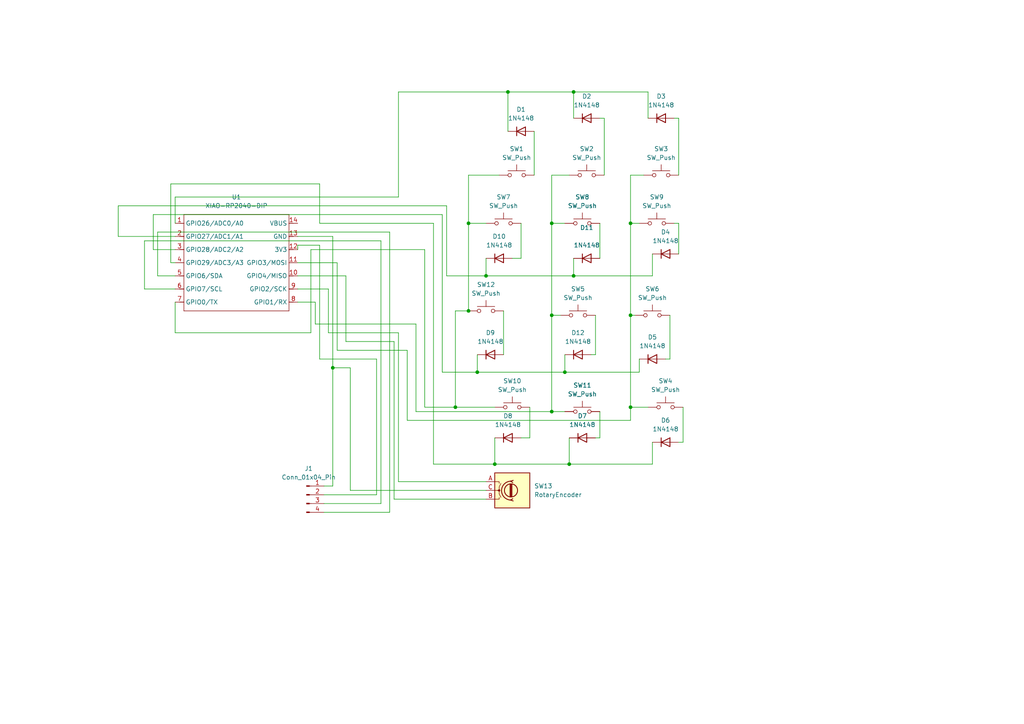
<source format=kicad_sch>
(kicad_sch (version 20250114) (generator "eeschema") (generator_version "9.0")
  (paper "A4")
  (lib_symbols
    (symbol "Connector:Conn_01x04_Pin" (pin_names (offset 1.016) (hide yes))
      (property "Reference" "J" (at 0 5.08 0))
      (property "Value" "Conn_01x04_Pin" (at 0 -7.62 0))
      (symbol "Conn_01x04_Pin_1_1"
        (rectangle (start 0.8636 2.667) (end 0 2.413) (stroke (width 0.1524)) (fill (type outline)))
        (rectangle (start 0.8636 0.127) (end 0 -0.127) (stroke (width 0.1524)) (fill (type outline)))
        (rectangle (start 0.8636 -2.413) (end 0 -2.667) (stroke (width 0.1524)) (fill (type outline)))
        (rectangle (start 0.8636 -4.953) (end 0 -5.207) (stroke (width 0.1524)) (fill (type outline)))
        (polyline (pts (xy 1.27 2.54) (xy 0.8636 2.54)) (stroke (width 0.1524)))
        (polyline (pts (xy 1.27 0) (xy 0.8636 0)) (stroke (width 0.1524)))
        (polyline (pts (xy 1.27 -2.54) (xy 0.8636 -2.54)) (stroke (width 0.1524)))
        (polyline (pts (xy 1.27 -5.08) (xy 0.8636 -5.08)) (stroke (width 0.1524)))
        (pin passive line (at 5.08 2.54 180) (length 3.81) (name "Pin_1") (number "1"))
        (pin passive line (at 5.08 0 180) (length 3.81) (name "Pin_2") (number "2"))
        (pin passive line (at 5.08 -2.54 180) (length 3.81) (name "Pin_3") (number "3"))
        (pin passive line (at 5.08 -5.08 180) (length 3.81) (name "Pin_4") (number "4"))
      )
    )
    (symbol "Device:RotaryEncoder" (pin_names (offset 0.254) (hide yes))
      (property "Reference" "SW" (at 0 6.604 0))
      (property "Value" "RotaryEncoder" (at 0 -6.604 0))
      (symbol "RotaryEncoder_0_1"
        (rectangle (start -5.08 5.08) (end 5.08 -5.08) (stroke (width 0.254)) (fill (type background)))
        (polyline (pts (xy -5.08 2.54) (xy -3.81 2.54) (xy -3.81 2.032)))
        (polyline (pts (xy -5.08 0) (xy -3.81 0) (xy -3.81 -1.016) (xy -3.302 -2.032)))
        (polyline (pts (xy -5.08 -2.54) (xy -3.81 -2.54) (xy -3.81 -2.032)))
        (polyline (pts (xy -4.318 0) (xy -3.81 0) (xy -3.81 1.016) (xy -3.302 2.032)))
        (circle (center -3.81 0) (radius 0.254) (fill (type outline)))
        (polyline (pts (xy -0.635 -1.778) (xy -0.635 1.778)) (stroke (width 0.254)))
        (circle (center -0.381 0) (radius 1.905) (stroke (width 0.254)))
        (polyline (pts (xy -0.381 -1.778) (xy -0.381 1.778)) (stroke (width 0.254)))
        (arc (start -0.381 -2.794) (mid -3.0988 -0.0635) (end -0.381 2.667) (stroke (width 0.254)))
        (polyline (pts (xy -0.127 1.778) (xy -0.127 -1.778)) (stroke (width 0.254)))
        (polyline (pts (xy 0.254 2.921) (xy -0.508 2.667) (xy 0.127 2.286)) (stroke (width 0.254)))
        (polyline (pts (xy 0.254 -3.048) (xy -0.508 -2.794) (xy 0.127 -2.413)) (stroke (width 0.254)))
      )
      (symbol "RotaryEncoder_1_1"
        (pin passive line (at -7.62 2.54 0) (length 2.54) (name "A") (number "A"))
        (pin passive line (at -7.62 0 0) (length 2.54) (name "C") (number "C"))
        (pin passive line (at -7.62 -2.54 0) (length 2.54) (name "B") (number "B"))
      )
    )
    (symbol "Diode:1N4148" (pin_numbers (hide yes)) (pin_names (hide yes))
      (property "Reference" "D" (at 0 2.54 0))
      (property "Value" "1N4148" (at 0 -2.54 0))
      (symbol "1N4148_0_1"
        (polyline (pts (xy -1.27 1.27) (xy -1.27 -1.27)) (stroke (width 0.254)))
        (polyline (pts (xy 1.27 1.27) (xy 1.27 -1.27) (xy -1.27 0) (xy 1.27 1.27)) (stroke (width 0.254)))
        (polyline (pts (xy 1.27 0) (xy -1.27 0)))
      )
      (symbol "1N4148_1_1"
        (pin passive line (at -3.81 0 0) (length 2.54) (name "K") (number "1"))
        (pin passive line (at 3.81 0 180) (length 2.54) (name "A") (number "2"))
      )
    )
    (symbol "Seeed_Studio_XIAO_Series:XIAO-RP2040-DIP"
      (property "Reference" "U" (at 0 0 0))
      (property "Value" "XIAO-RP2040-DIP" (at 5.334 -1.778 0))
      (symbol "XIAO-RP2040-DIP_1_0"
        (polyline (pts (xy -1.27 -2.54) (xy 29.21 -2.54)) (stroke (width 0.1524)))
        (polyline (pts (xy -1.27 -5.08) (xy -2.54 -5.08)) (stroke (width 0.1524)))
        (polyline (pts (xy -1.27 -5.08) (xy -1.27 -2.54)) (stroke (width 0.1524)))
        (polyline (pts (xy -1.27 -8.89) (xy -2.54 -8.89)) (stroke (width 0.1524)))
        (polyline (pts (xy -1.27 -8.89) (xy -1.27 -5.08)) (stroke (width 0.1524)))
        (polyline (pts (xy -1.27 -12.7) (xy -2.54 -12.7)) (stroke (width 0.1524)))
        (polyline (pts (xy -1.27 -12.7) (xy -1.27 -8.89)) (stroke (width 0.1524)))
        (polyline (pts (xy -1.27 -16.51) (xy -2.54 -16.51)) (stroke (width 0.1524)))
        (polyline (pts (xy -1.27 -16.51) (xy -1.27 -12.7)) (stroke (width 0.1524)))
        (polyline (pts (xy -1.27 -20.32) (xy -2.54 -20.32)) (stroke (width 0.1524)))
        (polyline (pts (xy -1.27 -24.13) (xy -2.54 -24.13)) (stroke (width 0.1524)))
        (polyline (pts (xy -1.27 -27.94) (xy -2.54 -27.94)) (stroke (width 0.1524)))
        (polyline (pts (xy -1.27 -30.48) (xy -1.27 -16.51)) (stroke (width 0.1524)))
        (polyline (pts (xy 29.21 -2.54) (xy 29.21 -5.08)) (stroke (width 0.1524)))
        (polyline (pts (xy 29.21 -5.08) (xy 29.21 -8.89)) (stroke (width 0.1524)))
        (polyline (pts (xy 29.21 -8.89) (xy 29.21 -12.7)) (stroke (width 0.1524)))
        (polyline (pts (xy 29.21 -12.7) (xy 29.21 -30.48)) (stroke (width 0.1524)))
        (polyline (pts (xy 29.21 -30.48) (xy -1.27 -30.48)) (stroke (width 0.1524)))
        (polyline (pts (xy 30.48 -5.08) (xy 29.21 -5.08)) (stroke (width 0.1524)))
        (polyline (pts (xy 30.48 -8.89) (xy 29.21 -8.89)) (stroke (width 0.1524)))
        (polyline (pts (xy 30.48 -12.7) (xy 29.21 -12.7)) (stroke (width 0.1524)))
        (polyline (pts (xy 30.48 -16.51) (xy 29.21 -16.51)) (stroke (width 0.1524)))
        (polyline (pts (xy 30.48 -20.32) (xy 29.21 -20.32)) (stroke (width 0.1524)))
        (polyline (pts (xy 30.48 -24.13) (xy 29.21 -24.13)) (stroke (width 0.1524)))
        (polyline (pts (xy 30.48 -27.94) (xy 29.21 -27.94)) (stroke (width 0.1524)))
        (pin passive line (at -3.81 -5.08 0) (length 2.54) (name "GPIO26/ADC0/A0") (number "1"))
        (pin passive line (at -3.81 -8.89 0) (length 2.54) (name "GPIO27/ADC1/A1") (number "2"))
        (pin passive line (at -3.81 -12.7 0) (length 2.54) (name "GPIO28/ADC2/A2") (number "3"))
        (pin passive line (at -3.81 -16.51 0) (length 2.54) (name "GPIO29/ADC3/A3") (number "4"))
        (pin passive line (at -3.81 -20.32 0) (length 2.54) (name "GPIO6/SDA") (number "5"))
        (pin passive line (at -3.81 -24.13 0) (length 2.54) (name "GPIO7/SCL") (number "6"))
        (pin passive line (at -3.81 -27.94 0) (length 2.54) (name "GPIO0/TX") (number "7"))
        (pin passive line (at 31.75 -5.08 180) (length 2.54) (name "VBUS") (number "14"))
        (pin passive line (at 31.75 -8.89 180) (length 2.54) (name "GND") (number "13"))
        (pin passive line (at 31.75 -12.7 180) (length 2.54) (name "3V3") (number "12"))
        (pin passive line (at 31.75 -16.51 180) (length 2.54) (name "GPIO3/MOSI") (number "11"))
        (pin passive line (at 31.75 -20.32 180) (length 2.54) (name "GPIO4/MISO") (number "10"))
        (pin passive line (at 31.75 -24.13 180) (length 2.54) (name "GPIO2/SCK") (number "9"))
        (pin passive line (at 31.75 -27.94 180) (length 2.54) (name "GPIO1/RX") (number "8"))
      )
    )
    (symbol "Switch:SW_Push" (pin_numbers (hide yes)) (pin_names (offset 1.016) (hide yes))
      (property "Reference" "SW" (at 1.27 2.54 0))
      (property "Value" "SW_Push" (at 0 -1.524 0))
      (symbol "SW_Push_0_1"
        (circle (center -2.032 0) (radius 0.508))
        (polyline (pts (xy 0 1.27) (xy 0 3.048)))
        (circle (center 2.032 0) (radius 0.508))
        (polyline (pts (xy 2.54 1.27) (xy -2.54 1.27)))
        (pin passive line (at -5.08 0 0) (length 2.54) (name "1") (number "1"))
        (pin passive line (at 5.08 0 180) (length 2.54) (name "2") (number "2"))
      )
    )
  )
  (junction (at 182.88 118.11))
  (junction (at 135.89 90.17))
  (junction (at 166.37 80.01))
  (junction (at 160.02 119.38))
  (junction (at 147.32 26.67))
  (junction (at 140.97 80.01))
  (junction (at 166.37 26.67))
  (junction (at 182.88 91.44))
  (junction (at 138.43 107.95))
  (junction (at 132.08 118.11))
  (junction (at 165.1 134.62))
  (junction (at 163.83 107.95))
  (junction (at 182.88 64.77))
  (junction (at 135.89 64.77))
  (junction (at 160.02 91.44))
  (junction (at 143.51 134.62))
  (junction (at 96.52 106.68))
  (junction (at 160.02 64.77))
  (wire (pts (xy 93.98 143.51) (xy 109.22 143.51)))
  (wire (pts (xy 160.02 64.77) (xy 160.02 50.8)))
  (wire (pts (xy 166.37 26.67) (xy 187.96 26.67)))
  (wire (pts (xy 95.25 96.52) (xy 95.25 83.82)))
  (wire (pts (xy 182.88 91.44) (xy 184.15 91.44)))
  (wire (pts (xy 86.36 71.12) (xy 86.36 72.39)))
  (wire (pts (xy 95.25 83.82) (xy 86.36 83.82)))
  (wire (pts (xy 125.73 134.62) (xy 143.51 134.62)))
  (wire (pts (xy 132.08 118.11) (xy 132.08 90.17)))
  (wire (pts (xy 160.02 91.44) (xy 160.02 64.77)))
  (wire (pts (xy 182.88 91.44) (xy 182.88 64.77)))
  (wire (pts (xy 45.72 67.31) (xy 113.03 67.31)))
  (wire (pts (xy 34.29 59.69) (xy 129.54 59.69)))
  (wire (pts (xy 194.31 104.14) (xy 193.04 104.14)))
  (wire (pts (xy 154.94 50.8) (xy 154.94 38.1)))
  (wire (pts (xy 92.71 104.14) (xy 92.71 71.12)))
  (wire (pts (xy 196.85 64.77) (xy 196.85 73.66)))
  (wire (pts (xy 123.19 118.11) (xy 123.19 72.39)))
  (wire (pts (xy 92.71 64.77) (xy 92.71 53.34)))
  (wire (pts (xy 172.72 102.87) (xy 172.72 91.44)))
  (wire (pts (xy 198.12 128.27) (xy 196.85 128.27)))
  (wire (pts (xy 44.45 62.23) (xy 128.27 62.23)))
  (wire (pts (xy 135.89 64.77) (xy 135.89 90.17)))
  (wire (pts (xy 163.83 107.95) (xy 138.43 107.95)))
  (wire (pts (xy 182.88 121.92) (xy 182.88 118.11)))
  (wire (pts (xy 129.54 80.01) (xy 140.97 80.01)))
  (wire (pts (xy 173.99 127) (xy 173.99 119.38)))
  (wire (pts (xy 118.11 121.92) (xy 182.88 121.92)))
  (wire (pts (xy 90.17 96.52) (xy 90.17 72.39)))
  (wire (pts (xy 120.65 119.38) (xy 120.65 93.98)))
  (wire (pts (xy 196.85 64.77) (xy 195.58 64.77)))
  (wire (pts (xy 182.88 64.77) (xy 185.42 64.77)))
  (wire (pts (xy 123.19 118.11) (xy 132.08 118.11)))
  (wire (pts (xy 91.44 87.63) (xy 86.36 87.63)))
  (wire (pts (xy 92.71 71.12) (xy 86.36 71.12)))
  (wire (pts (xy 147.32 26.67) (xy 166.37 26.67)))
  (wire (pts (xy 97.79 101.6) (xy 97.79 76.2)))
  (wire (pts (xy 172.72 127) (xy 173.99 127)))
  (wire (pts (xy 92.71 53.34) (xy 49.53 53.34)))
  (wire (pts (xy 125.73 64.77) (xy 125.73 134.62)))
  (wire (pts (xy 138.43 107.95) (xy 138.43 102.87)))
  (wire (pts (xy 196.85 34.29) (xy 195.58 34.29)))
  (wire (pts (xy 182.88 64.77) (xy 182.88 50.8)))
  (wire (pts (xy 160.02 50.8) (xy 165.1 50.8)))
  (wire (pts (xy 93.98 146.05) (xy 110.49 146.05)))
  (wire (pts (xy 140.97 139.7) (xy 115.57 139.7)))
  (wire (pts (xy 140.97 142.24) (xy 101.6 142.24)))
  (wire (pts (xy 97.79 101.6) (xy 118.11 101.6)))
  (wire (pts (xy 147.32 38.1) (xy 147.32 26.67)))
  (wire (pts (xy 49.53 76.2) (xy 50.8 76.2)))
  (wire (pts (xy 93.98 140.97) (xy 96.52 140.97)))
  (wire (pts (xy 96.52 106.68) (xy 96.52 68.58)))
  (wire (pts (xy 189.23 73.66) (xy 189.23 80.01)))
  (wire (pts (xy 115.57 139.7) (xy 115.57 96.52)))
  (wire (pts (xy 50.8 96.52) (xy 90.17 96.52)))
  (wire (pts (xy 100.33 99.06) (xy 100.33 80.01)))
  (wire (pts (xy 50.8 57.15) (xy 50.8 64.77)))
  (wire (pts (xy 166.37 26.67) (xy 166.37 34.29)))
  (wire (pts (xy 143.51 134.62) (xy 143.51 127)))
  (wire (pts (xy 100.33 80.01) (xy 86.36 80.01)))
  (wire (pts (xy 173.99 64.77) (xy 173.99 74.93)))
  (wire (pts (xy 160.02 64.77) (xy 163.83 64.77)))
  (wire (pts (xy 189.23 80.01) (xy 166.37 80.01)))
  (wire (pts (xy 120.65 119.38) (xy 160.02 119.38)))
  (wire (pts (xy 166.37 74.93) (xy 166.37 80.01)))
  (wire (pts (xy 198.12 118.11) (xy 198.12 128.27)))
  (wire (pts (xy 182.88 118.11) (xy 182.88 91.44)))
  (wire (pts (xy 187.96 26.67) (xy 187.96 34.29)))
  (wire (pts (xy 182.88 50.8) (xy 186.69 50.8)))
  (wire (pts (xy 189.23 134.62) (xy 165.1 134.62)))
  (wire (pts (xy 175.26 50.8) (xy 175.26 34.29)))
  (wire (pts (xy 132.08 118.11) (xy 143.51 118.11)))
  (wire (pts (xy 93.98 148.59) (xy 113.03 148.59)))
  (wire (pts (xy 95.25 96.52) (xy 115.57 96.52)))
  (wire (pts (xy 165.1 134.62) (xy 143.51 134.62)))
  (wire (pts (xy 50.8 87.63) (xy 50.8 96.52)))
  (wire (pts (xy 101.6 142.24) (xy 101.6 106.68)))
  (wire (pts (xy 171.45 102.87) (xy 172.72 102.87)))
  (wire (pts (xy 128.27 107.95) (xy 138.43 107.95)))
  (wire (pts (xy 194.31 91.44) (xy 194.31 104.14)))
  (wire (pts (xy 97.79 76.2) (xy 86.36 76.2)))
  (wire (pts (xy 45.72 80.01) (xy 50.8 80.01)))
  (wire (pts (xy 109.22 143.51) (xy 109.22 104.14)))
  (wire (pts (xy 144.78 50.8) (xy 135.89 50.8)))
  (wire (pts (xy 101.6 106.68) (xy 96.52 106.68)))
  (wire (pts (xy 120.65 93.98) (xy 91.44 93.98)))
  (wire (pts (xy 160.02 119.38) (xy 160.02 91.44)))
  (wire (pts (xy 49.53 53.34) (xy 49.53 76.2)))
  (wire (pts (xy 187.96 118.11) (xy 182.88 118.11)))
  (wire (pts (xy 153.67 127) (xy 153.67 118.11)))
  (wire (pts (xy 34.29 59.69) (xy 34.29 68.58)))
  (wire (pts (xy 140.97 80.01) (xy 140.97 74.93)))
  (wire (pts (xy 196.85 50.8) (xy 196.85 34.29)))
  (wire (pts (xy 163.83 102.87) (xy 163.83 107.95)))
  (wire (pts (xy 160.02 91.44) (xy 162.56 91.44)))
  (wire (pts (xy 151.13 74.93) (xy 151.13 64.77)))
  (wire (pts (xy 34.29 68.58) (xy 50.8 68.58)))
  (wire (pts (xy 147.32 26.67) (xy 115.57 26.67)))
  (wire (pts (xy 151.13 127) (xy 153.67 127)))
  (wire (pts (xy 135.89 50.8) (xy 135.89 64.77)))
  (wire (pts (xy 114.3 144.78) (xy 114.3 99.06)))
  (wire (pts (xy 129.54 59.69) (xy 129.54 80.01)))
  (wire (pts (xy 148.59 74.93) (xy 151.13 74.93)))
  (wire (pts (xy 44.45 62.23) (xy 44.45 72.39)))
  (wire (pts (xy 114.3 99.06) (xy 100.33 99.06)))
  (wire (pts (xy 44.45 72.39) (xy 50.8 72.39)))
  (wire (pts (xy 185.42 107.95) (xy 163.83 107.95)))
  (wire (pts (xy 41.91 69.85) (xy 41.91 83.82)))
  (wire (pts (xy 91.44 93.98) (xy 91.44 87.63)))
  (wire (pts (xy 113.03 148.59) (xy 113.03 67.31)))
  (wire (pts (xy 189.23 128.27) (xy 189.23 134.62)))
  (wire (pts (xy 163.83 119.38) (xy 160.02 119.38)))
  (wire (pts (xy 132.08 90.17) (xy 135.89 90.17)))
  (wire (pts (xy 109.22 104.14) (xy 92.71 104.14)))
  (wire (pts (xy 118.11 101.6) (xy 118.11 121.92)))
  (wire (pts (xy 110.49 69.85) (xy 110.49 146.05)))
  (wire (pts (xy 45.72 67.31) (xy 45.72 80.01)))
  (wire (pts (xy 135.89 64.77) (xy 140.97 64.77)))
  (wire (pts (xy 115.57 26.67) (xy 115.57 57.15)))
  (wire (pts (xy 165.1 127) (xy 165.1 134.62)))
  (wire (pts (xy 41.91 69.85) (xy 110.49 69.85)))
  (wire (pts (xy 140.97 144.78) (xy 114.3 144.78)))
  (wire (pts (xy 166.37 80.01) (xy 140.97 80.01)))
  (wire (pts (xy 50.8 57.15) (xy 115.57 57.15)))
  (wire (pts (xy 96.52 68.58) (xy 86.36 68.58)))
  (wire (pts (xy 92.71 64.77) (xy 125.73 64.77)))
  (wire (pts (xy 128.27 62.23) (xy 128.27 107.95)))
  (wire (pts (xy 146.05 102.87) (xy 146.05 90.17)))
  (wire (pts (xy 185.42 104.14) (xy 185.42 107.95)))
  (wire (pts (xy 175.26 34.29) (xy 173.99 34.29)))
  (wire (pts (xy 41.91 83.82) (xy 50.8 83.82)))
  (wire (pts (xy 96.52 140.97) (xy 96.52 106.68)))
  (wire (pts (xy 90.17 72.39) (xy 123.19 72.39)))
  (symbol (lib_id "Diode:1N4148") (at 147.32 127 0) (unit 1)
    (property "Reference" "D8" (at 147.32 120.65 0))
    (property "Value" "1N4148" (at 147.32 123.19 0))
    (property "Footprint" "Diode_THT:D_DO-35_SOD27_P7.62mm_Horizontal" (effects (hide yes)))
    (property "Datasheet" "https://assets.nexperia.com/documents/data-sheet/1N4148_1N4448.pdf" (effects (hide yes)))
    (property "Description" "100V 0.15A standard switching diode, DO-35" (effects (hide yes)))
    (property "Sim.Device" "D" (effects (hide yes)))
    (property "Sim.Pins" "1=K 2=A" (effects (hide yes)))
  )
  (symbol (lib_id "Switch:SW_Push") (at 168.91 64.77 0) (unit 1)
    (property "Reference" "SW8" (at 168.91 57.15 0))
    (property "Value" "SW_Push" (at 168.91 59.69 0))
    (property "Footprint" "Button_Switch_Keyboard:SW_Cherry_MX_1.00u_PCB" (effects (hide yes)))
    (property "Description" "Push button switch, generic, two pins" (effects (hide yes)))
  )
  (symbol (lib_id "Diode:1N4148") (at 191.77 34.29 0) (unit 1)
    (property "Reference" "D3" (at 191.77 27.94 0))
    (property "Value" "1N4148" (at 191.77 30.48 0))
    (property "Footprint" "Diode_THT:D_DO-35_SOD27_P7.62mm_Horizontal" (effects (hide yes)))
    (property "Datasheet" "https://assets.nexperia.com/documents/data-sheet/1N4148_1N4448.pdf" (effects (hide yes)))
    (property "Description" "100V 0.15A standard switching diode, DO-35" (effects (hide yes)))
    (property "Sim.Device" "D" (effects (hide yes)))
    (property "Sim.Pins" "1=K 2=A" (effects (hide yes)))
  )
  (symbol (lib_id "Diode:1N4148") (at 168.91 127 0) (unit 1)
    (property "Reference" "D7" (at 168.91 120.65 0))
    (property "Value" "1N4148" (at 168.91 123.19 0))
    (property "Footprint" "Diode_THT:D_DO-35_SOD27_P7.62mm_Horizontal" (effects (hide yes)))
    (property "Datasheet" "https://assets.nexperia.com/documents/data-sheet/1N4148_1N4448.pdf" (effects (hide yes)))
    (property "Description" "100V 0.15A standard switching diode, DO-35" (effects (hide yes)))
    (property "Sim.Device" "D" (effects (hide yes)))
    (property "Sim.Pins" "1=K 2=A" (effects (hide yes)))
  )
  (symbol (lib_id "Diode:1N4148") (at 193.04 73.66 0) (unit 1)
    (property "Reference" "D4" (at 193.04 67.31 0))
    (property "Value" "1N4148" (at 193.04 69.85 0))
    (property "Footprint" "Diode_THT:D_DO-35_SOD27_P7.62mm_Horizontal" (effects (hide yes)))
    (property "Datasheet" "https://assets.nexperia.com/documents/data-sheet/1N4148_1N4448.pdf" (effects (hide yes)))
    (property "Description" "100V 0.15A standard switching diode, DO-35" (effects (hide yes)))
    (property "Sim.Device" "D" (effects (hide yes)))
    (property "Sim.Pins" "1=K 2=A" (effects (hide yes)))
  )
  (symbol (lib_id "Switch:SW_Push") (at 191.77 50.8 0) (unit 1)
    (property "Reference" "SW3" (at 191.77 43.18 0))
    (property "Value" "SW_Push" (at 191.77 45.72 0))
    (property "Footprint" "Button_Switch_Keyboard:SW_Cherry_MX_1.00u_PCB" (effects (hide yes)))
    (property "Description" "Push button switch, generic, two pins" (effects (hide yes)))
  )
  (symbol (lib_id "Diode:1N4148") (at 193.04 128.27 0) (unit 1)
    (property "Reference" "D6" (at 193.04 121.92 0))
    (property "Value" "1N4148" (at 193.04 124.46 0))
    (property "Footprint" "Diode_THT:D_DO-35_SOD27_P7.62mm_Horizontal" (effects (hide yes)))
    (property "Datasheet" "https://assets.nexperia.com/documents/data-sheet/1N4148_1N4448.pdf" (effects (hide yes)))
    (property "Description" "100V 0.15A standard switching diode, DO-35" (effects (hide yes)))
    (property "Sim.Device" "D" (effects (hide yes)))
    (property "Sim.Pins" "1=K 2=A" (effects (hide yes)))
  )
  (symbol (lib_id "Switch:SW_Push") (at 168.91 119.38 0) (unit 1)
    (property "Reference" "SW11" (at 168.91 111.76 0))
    (property "Value" "SW_Push" (at 168.91 114.3 0))
    (property "Footprint" "Button_Switch_Keyboard:SW_Cherry_MX_1.00u_PCB" (effects (hide yes)))
    (property "Description" "Push button switch, generic, two pins" (effects (hide yes)))
  )
  (symbol (lib_id "Switch:SW_Push") (at 170.18 50.8 0) (unit 1)
    (property "Reference" "SW2" (at 170.18 43.18 0))
    (property "Value" "SW_Push" (at 170.18 45.72 0))
    (property "Footprint" "Button_Switch_Keyboard:SW_Cherry_MX_1.00u_PCB" (effects (hide yes)))
    (property "Description" "Push button switch, generic, two pins" (effects (hide yes)))
  )
  (symbol (lib_id "Diode:1N4148") (at 170.18 34.29 0) (unit 1)
    (property "Reference" "D2" (at 170.18 27.94 0))
    (property "Value" "1N4148" (at 170.18 30.48 0))
    (property "Footprint" "Diode_THT:D_DO-35_SOD27_P7.62mm_Horizontal" (effects (hide yes)))
    (property "Datasheet" "https://assets.nexperia.com/documents/data-sheet/1N4148_1N4448.pdf" (effects (hide yes)))
    (property "Description" "100V 0.15A standard switching diode, DO-35" (effects (hide yes)))
    (property "Sim.Device" "D" (effects (hide yes)))
    (property "Sim.Pins" "1=K 2=A" (effects (hide yes)))
  )
  (symbol (lib_id "Switch:SW_Push") (at 149.86 50.8 0) (unit 1)
    (property "Reference" "SW1" (at 149.86 43.18 0))
    (property "Value" "SW_Push" (at 149.86 45.72 0))
    (property "Footprint" "Button_Switch_Keyboard:SW_Cherry_MX_1.00u_PCB" (effects (hide yes)))
    (property "Description" "Push button switch, generic, two pins" (effects (hide yes)))
  )
  (symbol (lib_id "Switch:SW_Push") (at 193.04 118.11 0) (unit 1)
    (property "Reference" "SW4" (at 193.04 110.49 0))
    (property "Value" "SW_Push" (at 193.04 113.03 0))
    (property "Footprint" "Button_Switch_Keyboard:SW_Cherry_MX_1.00u_PCB" (effects (hide yes)))
    (property "Description" "Push button switch, generic, two pins" (effects (hide yes)))
  )
  (symbol (lib_id "Diode:1N4148") (at 151.13 38.1 0) (unit 1)
    (property "Reference" "D1" (at 151.13 31.75 0))
    (property "Value" "1N4148" (at 151.13 34.29 0))
    (property "Footprint" "Diode_THT:D_DO-35_SOD27_P7.62mm_Horizontal" (effects (hide yes)))
    (property "Datasheet" "https://assets.nexperia.com/documents/data-sheet/1N4148_1N4448.pdf" (effects (hide yes)))
    (property "Description" "100V 0.15A standard switching diode, DO-35" (effects (hide yes)))
    (property "Sim.Device" "D" (effects (hide yes)))
    (property "Sim.Pins" "1=K 2=A" (effects (hide yes)))
  )
  (symbol (lib_id "Switch:SW_Push") (at 148.59 118.11 0) (unit 1)
    (property "Reference" "SW10" (at 148.59 110.49 0))
    (property "Value" "SW_Push" (at 148.59 113.03 0))
    (property "Footprint" "Button_Switch_Keyboard:SW_Cherry_MX_1.00u_PCB" (effects (hide yes)))
    (property "Description" "Push button switch, generic, two pins" (effects (hide yes)))
  )
  (symbol (lib_id "Device:RotaryEncoder") (at 148.59 142.24 0) (unit 1)
    (property "Reference" "SW13" (at 154.94 140.9699 0) (effects (justify left)))
    (property "Value" "RotaryEncoder" (at 154.94 143.5099 0) (effects (justify left)))
    (property "Footprint" "Rotary_Encoder:RotaryEncoder_Alps_EC11E-Switch_Vertical_H20mm" (effects (hide yes)))
    (property "Description" "Rotary encoder, dual channel, incremental quadrate outputs" (effects (hide yes)))
  )
  (symbol (lib_id "Seeed_Studio_XIAO_Series:XIAO-RP2040-DIP") (at 54.61 59.69 0) (unit 1)
    (property "Reference" "U1" (at 68.58 57.15 0))
    (property "Value" "XIAO-RP2040-DIP" (at 68.58 59.69 0))
    (property "Footprint" "Seeed Studio XIAO Series Library:XIAO-RP2040-DIP" (effects (hide yes)))
  )
  (symbol (lib_id "Connector:Conn_01x04_Pin") (at 88.9 143.51 0) (unit 1)
    (property "Reference" "J1" (at 89.535 135.89 0))
    (property "Value" "Conn_01x04_Pin" (at 89.535 138.43 0))
    (property "Footprint" "Connector_PinHeader_2.54mm:PinHeader_1x04_P2.54mm_Vertical" (effects (hide yes)))
    (property "Description" "Generic connector, single row, 01x04, script generated" (effects (hide yes)))
  )
  (symbol (lib_id "Diode:1N4148") (at 170.18 74.93 0) (unit 1)
    (property "Reference" "D11" (at 170.18 66.04 0))
    (property "Value" "1N4148" (at 170.18 71.12 0))
    (property "Footprint" "Diode_THT:D_DO-35_SOD27_P7.62mm_Horizontal" (effects (hide yes)))
    (property "Datasheet" "https://assets.nexperia.com/documents/data-sheet/1N4148_1N4448.pdf" (effects (hide yes)))
    (property "Description" "100V 0.15A standard switching diode, DO-35" (effects (hide yes)))
    (property "Sim.Device" "D" (effects (hide yes)))
    (property "Sim.Pins" "1=K 2=A" (effects (hide yes)))
  )
  (symbol (lib_id "Switch:SW_Push") (at 167.64 91.44 0) (unit 1)
    (property "Reference" "SW5" (at 167.64 83.82 0))
    (property "Value" "SW_Push" (at 167.64 86.36 0))
    (property "Footprint" "Button_Switch_Keyboard:SW_Cherry_MX_1.00u_PCB" (effects (hide yes)))
    (property "Description" "Push button switch, generic, two pins" (effects (hide yes)))
  )
  (symbol (lib_id "Diode:1N4148") (at 167.64 102.87 0) (unit 1)
    (property "Reference" "D12" (at 167.64 96.52 0))
    (property "Value" "1N4148" (at 167.64 99.06 0))
    (property "Footprint" "Diode_THT:D_DO-35_SOD27_P7.62mm_Horizontal" (effects (hide yes)))
    (property "Datasheet" "https://assets.nexperia.com/documents/data-sheet/1N4148_1N4448.pdf" (effects (hide yes)))
    (property "Description" "100V 0.15A standard switching diode, DO-35" (effects (hide yes)))
    (property "Sim.Device" "D" (effects (hide yes)))
    (property "Sim.Pins" "1=K 2=A" (effects (hide yes)))
  )
  (symbol (lib_id "Diode:1N4148") (at 142.24 102.87 0) (unit 1)
    (property "Reference" "D9" (at 142.24 96.52 0))
    (property "Value" "1N4148" (at 142.24 99.06 0))
    (property "Footprint" "Diode_THT:D_DO-35_SOD27_P7.62mm_Horizontal" (effects (hide yes)))
    (property "Datasheet" "https://assets.nexperia.com/documents/data-sheet/1N4148_1N4448.pdf" (effects (hide yes)))
    (property "Description" "100V 0.15A standard switching diode, DO-35" (effects (hide yes)))
    (property "Sim.Device" "D" (effects (hide yes)))
    (property "Sim.Pins" "1=K 2=A" (effects (hide yes)))
  )
  (symbol (lib_id "Diode:1N4148") (at 189.23 104.14 0) (unit 1)
    (property "Reference" "D5" (at 189.23 97.79 0))
    (property "Value" "1N4148" (at 189.23 100.33 0))
    (property "Footprint" "Diode_THT:D_DO-35_SOD27_P7.62mm_Horizontal" (effects (hide yes)))
    (property "Datasheet" "https://assets.nexperia.com/documents/data-sheet/1N4148_1N4448.pdf" (effects (hide yes)))
    (property "Description" "100V 0.15A standard switching diode, DO-35" (effects (hide yes)))
    (property "Sim.Device" "D" (effects (hide yes)))
    (property "Sim.Pins" "1=K 2=A" (effects (hide yes)))
  )
  (symbol (lib_id "Switch:SW_Push") (at 146.05 64.77 0) (unit 1)
    (property "Reference" "SW7" (at 146.05 57.15 0))
    (property "Value" "SW_Push" (at 146.05 59.69 0))
    (property "Footprint" "Button_Switch_Keyboard:SW_Cherry_MX_1.00u_PCB" (effects (hide yes)))
    (property "Description" "Push button switch, generic, two pins" (effects (hide yes)))
  )
  (symbol (lib_id "Diode:1N4148") (at 144.78 74.93 0) (unit 1)
    (property "Reference" "D10" (at 144.78 68.58 0))
    (property "Value" "1N4148" (at 144.78 71.12 0))
    (property "Footprint" "Diode_THT:D_DO-35_SOD27_P7.62mm_Horizontal" (effects (hide yes)))
    (property "Datasheet" "https://assets.nexperia.com/documents/data-sheet/1N4148_1N4448.pdf" (effects (hide yes)))
    (property "Description" "100V 0.15A standard switching diode, DO-35" (effects (hide yes)))
    (property "Sim.Device" "D" (effects (hide yes)))
    (property "Sim.Pins" "1=K 2=A" (effects (hide yes)))
  )
  (symbol (lib_id "Switch:SW_Push") (at 190.5 64.77 0) (unit 1)
    (property "Reference" "SW9" (at 190.5 57.15 0))
    (property "Value" "SW_Push" (at 190.5 59.69 0))
    (property "Footprint" "Button_Switch_Keyboard:SW_Cherry_MX_1.00u_PCB" (effects (hide yes)))
    (property "Description" "Push button switch, generic, two pins" (effects (hide yes)))
  )
  (symbol (lib_id "Switch:SW_Push") (at 140.97 90.17 0) (unit 1)
    (property "Reference" "SW12" (at 140.97 82.55 0))
    (property "Value" "SW_Push" (at 140.97 85.09 0))
    (property "Footprint" "Button_Switch_Keyboard:SW_Cherry_MX_1.00u_PCB" (effects (hide yes)))
    (property "Description" "Push button switch, generic, two pins" (effects (hide yes)))
  )
  (symbol (lib_id "Switch:SW_Push") (at 189.23 91.44 0) (unit 1)
    (property "Reference" "SW6" (at 189.23 83.82 0))
    (property "Value" "SW_Push" (at 189.23 86.36 0))
    (property "Footprint" "Button_Switch_Keyboard:SW_Cherry_MX_1.00u_PCB" (effects (hide yes)))
    (property "Description" "Push button switch, generic, two pins" (effects (hide yes)))
  )
)
</source>
